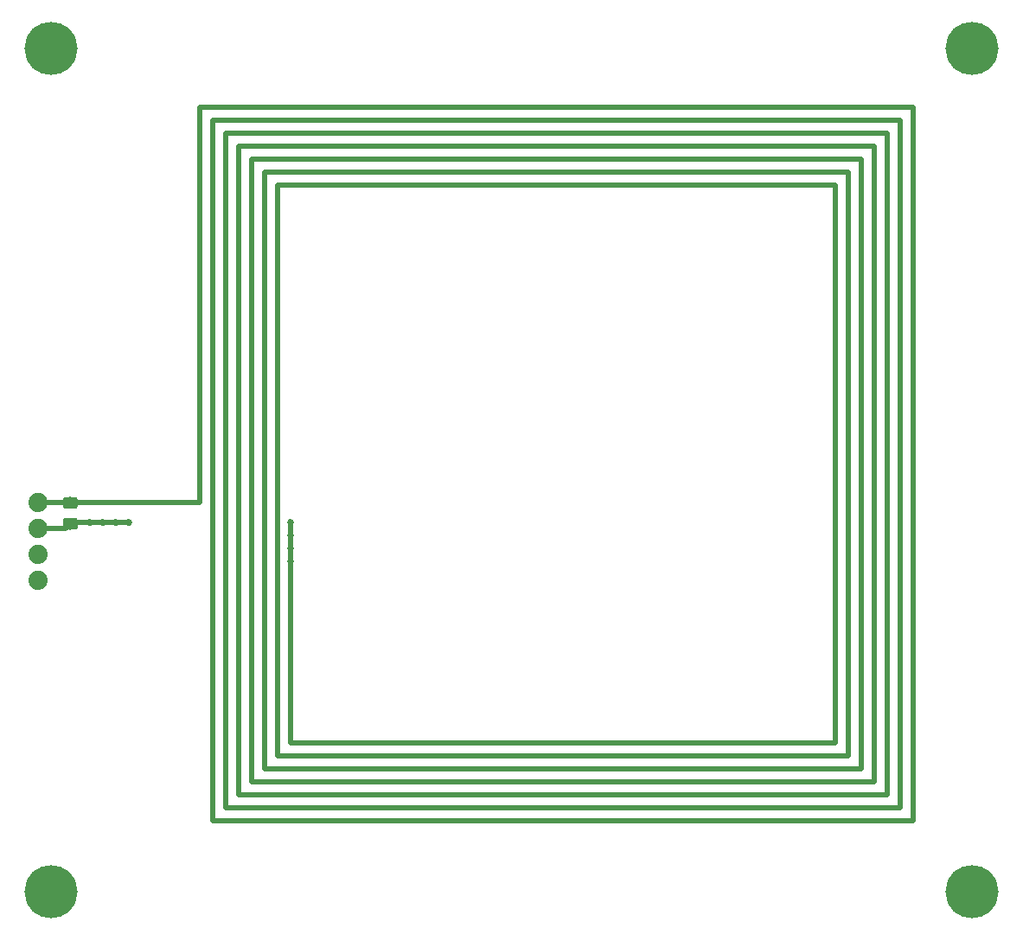
<source format=gbr>
G04 #@! TF.GenerationSoftware,KiCad,Pcbnew,(5.0.2)-1*
G04 #@! TF.CreationDate,2020-07-15T14:53:40-05:00*
G04 #@! TF.ProjectId,ProximityTankOne_Square7Turns,50726f78-696d-4697-9479-54616e6b4f6e,V1*
G04 #@! TF.SameCoordinates,Original*
G04 #@! TF.FileFunction,Copper,L1,Top*
G04 #@! TF.FilePolarity,Positive*
%FSLAX46Y46*%
G04 Gerber Fmt 4.6, Leading zero omitted, Abs format (unit mm)*
G04 Created by KiCad (PCBNEW (5.0.2)-1) date 7/15/2020 2:53:40 PM*
%MOMM*%
%LPD*%
G01*
G04 APERTURE LIST*
G04 #@! TA.AperFunction,Conductor*
%ADD10C,0.100000*%
G04 #@! TD*
G04 #@! TA.AperFunction,SMDPad,CuDef*
%ADD11C,1.150000*%
G04 #@! TD*
G04 #@! TA.AperFunction,ComponentPad*
%ADD12C,5.200000*%
G04 #@! TD*
G04 #@! TA.AperFunction,ComponentPad*
%ADD13C,0.500000*%
G04 #@! TD*
G04 #@! TA.AperFunction,ComponentPad*
%ADD14C,1.879600*%
G04 #@! TD*
G04 #@! TA.AperFunction,ViaPad*
%ADD15C,0.685800*%
G04 #@! TD*
G04 #@! TA.AperFunction,Conductor*
%ADD16C,0.508000*%
G04 #@! TD*
G04 APERTURE END LIST*
D10*
G04 #@! TO.N,/LC1*
G04 #@! TO.C,C1*
G36*
X30954505Y-74501204D02*
X30978773Y-74504804D01*
X31002572Y-74510765D01*
X31025671Y-74519030D01*
X31047850Y-74529520D01*
X31068893Y-74542132D01*
X31088599Y-74556747D01*
X31106777Y-74573223D01*
X31123253Y-74591401D01*
X31137868Y-74611107D01*
X31150480Y-74632150D01*
X31160970Y-74654329D01*
X31169235Y-74677428D01*
X31175196Y-74701227D01*
X31178796Y-74725495D01*
X31180000Y-74749999D01*
X31180000Y-75400001D01*
X31178796Y-75424505D01*
X31175196Y-75448773D01*
X31169235Y-75472572D01*
X31160970Y-75495671D01*
X31150480Y-75517850D01*
X31137868Y-75538893D01*
X31123253Y-75558599D01*
X31106777Y-75576777D01*
X31088599Y-75593253D01*
X31068893Y-75607868D01*
X31047850Y-75620480D01*
X31025671Y-75630970D01*
X31002572Y-75639235D01*
X30978773Y-75645196D01*
X30954505Y-75648796D01*
X30930001Y-75650000D01*
X30029999Y-75650000D01*
X30005495Y-75648796D01*
X29981227Y-75645196D01*
X29957428Y-75639235D01*
X29934329Y-75630970D01*
X29912150Y-75620480D01*
X29891107Y-75607868D01*
X29871401Y-75593253D01*
X29853223Y-75576777D01*
X29836747Y-75558599D01*
X29822132Y-75538893D01*
X29809520Y-75517850D01*
X29799030Y-75495671D01*
X29790765Y-75472572D01*
X29784804Y-75448773D01*
X29781204Y-75424505D01*
X29780000Y-75400001D01*
X29780000Y-74749999D01*
X29781204Y-74725495D01*
X29784804Y-74701227D01*
X29790765Y-74677428D01*
X29799030Y-74654329D01*
X29809520Y-74632150D01*
X29822132Y-74611107D01*
X29836747Y-74591401D01*
X29853223Y-74573223D01*
X29871401Y-74556747D01*
X29891107Y-74542132D01*
X29912150Y-74529520D01*
X29934329Y-74519030D01*
X29957428Y-74510765D01*
X29981227Y-74504804D01*
X30005495Y-74501204D01*
X30029999Y-74500000D01*
X30930001Y-74500000D01*
X30954505Y-74501204D01*
X30954505Y-74501204D01*
G37*
D11*
G04 #@! TD*
G04 #@! TO.P,C1,1*
G04 #@! TO.N,/LC1*
X30480000Y-75075000D03*
D10*
G04 #@! TO.N,/LC1*
G04 #@! TO.C,C1*
G36*
X30954505Y-72451204D02*
X30978773Y-72454804D01*
X31002572Y-72460765D01*
X31025671Y-72469030D01*
X31047850Y-72479520D01*
X31068893Y-72492132D01*
X31088599Y-72506747D01*
X31106777Y-72523223D01*
X31123253Y-72541401D01*
X31137868Y-72561107D01*
X31150480Y-72582150D01*
X31160970Y-72604329D01*
X31169235Y-72627428D01*
X31175196Y-72651227D01*
X31178796Y-72675495D01*
X31180000Y-72699999D01*
X31180000Y-73350001D01*
X31178796Y-73374505D01*
X31175196Y-73398773D01*
X31169235Y-73422572D01*
X31160970Y-73445671D01*
X31150480Y-73467850D01*
X31137868Y-73488893D01*
X31123253Y-73508599D01*
X31106777Y-73526777D01*
X31088599Y-73543253D01*
X31068893Y-73557868D01*
X31047850Y-73570480D01*
X31025671Y-73580970D01*
X31002572Y-73589235D01*
X30978773Y-73595196D01*
X30954505Y-73598796D01*
X30930001Y-73600000D01*
X30029999Y-73600000D01*
X30005495Y-73598796D01*
X29981227Y-73595196D01*
X29957428Y-73589235D01*
X29934329Y-73580970D01*
X29912150Y-73570480D01*
X29891107Y-73557868D01*
X29871401Y-73543253D01*
X29853223Y-73526777D01*
X29836747Y-73508599D01*
X29822132Y-73488893D01*
X29809520Y-73467850D01*
X29799030Y-73445671D01*
X29790765Y-73422572D01*
X29784804Y-73398773D01*
X29781204Y-73374505D01*
X29780000Y-73350001D01*
X29780000Y-72699999D01*
X29781204Y-72675495D01*
X29784804Y-72651227D01*
X29790765Y-72627428D01*
X29799030Y-72604329D01*
X29809520Y-72582150D01*
X29822132Y-72561107D01*
X29836747Y-72541401D01*
X29853223Y-72523223D01*
X29871401Y-72506747D01*
X29891107Y-72492132D01*
X29912150Y-72479520D01*
X29934329Y-72469030D01*
X29957428Y-72460765D01*
X29981227Y-72454804D01*
X30005495Y-72451204D01*
X30029999Y-72450000D01*
X30930001Y-72450000D01*
X30954505Y-72451204D01*
X30954505Y-72451204D01*
G37*
D11*
G04 #@! TD*
G04 #@! TO.P,C1,2*
G04 #@! TO.N,/LC1*
X30480000Y-73025000D03*
D12*
G04 #@! TO.P,H1,1*
G04 #@! TO.N,Net-(H1-Pad1)*
X28575000Y-28575000D03*
D13*
X30607000Y-28575000D03*
X26543000Y-28575000D03*
X28575000Y-26543000D03*
X28575000Y-30607000D03*
X30099000Y-30099000D03*
X30099000Y-27051000D03*
X27051000Y-27051000D03*
X27051000Y-30099000D03*
G04 #@! TD*
D12*
G04 #@! TO.P,H2,1*
G04 #@! TO.N,Net-(H2-Pad1)*
X118745000Y-28575000D03*
D13*
X120777000Y-28575000D03*
X116713000Y-28575000D03*
X118745000Y-26543000D03*
X118745000Y-30607000D03*
X120269000Y-30099000D03*
X120269000Y-27051000D03*
X117221000Y-27051000D03*
X117221000Y-30099000D03*
G04 #@! TD*
G04 #@! TO.P,H3,1*
G04 #@! TO.N,Net-(H3-Pad1)*
X117221000Y-112649000D03*
X117221000Y-109601000D03*
X120269000Y-109601000D03*
X120269000Y-112649000D03*
X118745000Y-113157000D03*
X118745000Y-109093000D03*
X116713000Y-111125000D03*
X120777000Y-111125000D03*
D12*
X118745000Y-111125000D03*
G04 #@! TD*
D13*
G04 #@! TO.P,H4,1*
G04 #@! TO.N,Net-(H4-Pad1)*
X27051000Y-112649000D03*
X27051000Y-109601000D03*
X30099000Y-109601000D03*
X30099000Y-112649000D03*
X28575000Y-113157000D03*
X28575000Y-109093000D03*
X26543000Y-111125000D03*
X30607000Y-111125000D03*
D12*
X28575000Y-111125000D03*
G04 #@! TD*
D14*
G04 #@! TO.P,J1,1*
G04 #@! TO.N,/LC1*
X27305000Y-73025000D03*
G04 #@! TO.P,J1,2*
X27305000Y-75565000D03*
G04 #@! TO.P,J1,3*
G04 #@! TO.N,Net-(J1-Pad3)*
X27305000Y-78105000D03*
G04 #@! TO.P,J1,4*
G04 #@! TO.N,Net-(J1-Pad4)*
X27305000Y-80645000D03*
G04 #@! TD*
D15*
G04 #@! TO.N,/LC1*
X32385000Y-74930000D03*
X33655000Y-74930000D03*
X34925000Y-74930000D03*
X36195000Y-74930000D03*
X52070000Y-74930000D03*
X52070000Y-76200000D03*
X52070000Y-77470000D03*
X52070000Y-78740000D03*
G04 #@! TD*
D16*
G04 #@! TO.N,/LC1*
X30480000Y-73025000D02*
X43180000Y-73025000D01*
X43180000Y-73025000D02*
X43180000Y-34290000D01*
X43180000Y-34290000D02*
X113030000Y-34290000D01*
X113030000Y-34290000D02*
X113030000Y-104140000D01*
X113030000Y-104140000D02*
X44450000Y-104140000D01*
X44450000Y-104140000D02*
X44450000Y-35560000D01*
X44450000Y-35560000D02*
X111760000Y-35560000D01*
X111760000Y-35560000D02*
X111760000Y-102870000D01*
X111760000Y-102870000D02*
X45720000Y-102870000D01*
X45720000Y-102870000D02*
X45720000Y-36830000D01*
X45720000Y-36830000D02*
X110490000Y-36830000D01*
X110490000Y-36830000D02*
X110490000Y-101600000D01*
X110490000Y-101600000D02*
X46990000Y-101600000D01*
X46990000Y-101600000D02*
X46990000Y-38100000D01*
X46990000Y-38100000D02*
X109220000Y-38100000D01*
X109220000Y-38100000D02*
X109220000Y-100330000D01*
X109220000Y-100330000D02*
X48260000Y-100330000D01*
X48260000Y-100330000D02*
X48260000Y-39370000D01*
X48260000Y-39370000D02*
X107950000Y-39370000D01*
X107950000Y-39370000D02*
X107950000Y-99060000D01*
X107950000Y-99060000D02*
X49530000Y-99060000D01*
X49530000Y-99060000D02*
X49530000Y-40640000D01*
X49530000Y-40640000D02*
X106680000Y-40640000D01*
X106680000Y-40640000D02*
X106680000Y-97790000D01*
X106680000Y-97790000D02*
X50800000Y-97790000D01*
X50800000Y-97790000D02*
X50800000Y-41910000D01*
X50800000Y-41910000D02*
X105410000Y-41910000D01*
X105410000Y-41910000D02*
X105410000Y-96520000D01*
X105410000Y-96520000D02*
X52070000Y-96520000D01*
X52070000Y-96520000D02*
X52070000Y-78740000D01*
X52070000Y-74930000D02*
X52070000Y-74930000D01*
X52070000Y-76200000D02*
X52070000Y-74930000D01*
X52070000Y-77470000D02*
X52070000Y-76200000D01*
X52070000Y-78740000D02*
X52070000Y-77470000D01*
X30480000Y-73025000D02*
X27305000Y-73025000D01*
X29990000Y-75565000D02*
X30480000Y-75075000D01*
X27305000Y-75565000D02*
X29990000Y-75565000D01*
X36195000Y-74930000D02*
X32385000Y-74930000D01*
X30625000Y-74930000D02*
X30480000Y-75075000D01*
X32385000Y-74930000D02*
X30625000Y-74930000D01*
G04 #@! TD*
M02*

</source>
